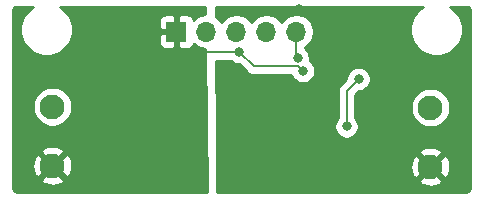
<source format=gbr>
G04 #@! TF.GenerationSoftware,KiCad,Pcbnew,5.1.5+dfsg1-2build2*
G04 #@! TF.CreationDate,2021-10-23T10:29:23-06:00*
G04 #@! TF.ProjectId,power-monitor,706f7765-722d-46d6-9f6e-69746f722e6b,rev?*
G04 #@! TF.SameCoordinates,Original*
G04 #@! TF.FileFunction,Copper,L2,Bot*
G04 #@! TF.FilePolarity,Positive*
%FSLAX46Y46*%
G04 Gerber Fmt 4.6, Leading zero omitted, Abs format (unit mm)*
G04 Created by KiCad (PCBNEW 5.1.5+dfsg1-2build2) date 2021-10-23 10:29:23*
%MOMM*%
%LPD*%
G04 APERTURE LIST*
%ADD10O,1.700000X1.700000*%
%ADD11R,1.700000X1.700000*%
%ADD12C,2.100000*%
%ADD13C,0.800000*%
%ADD14C,0.200000*%
%ADD15C,0.254000*%
G04 APERTURE END LIST*
D10*
X137160000Y-81280000D03*
X134620000Y-81280000D03*
X132080000Y-81280000D03*
X129540000Y-81280000D03*
D11*
X127000000Y-81280000D03*
D12*
X148500000Y-87710000D03*
X148500000Y-92710000D03*
X116500000Y-92630000D03*
X116500000Y-87630000D03*
D13*
X132300000Y-83000000D03*
X137700000Y-84600000D03*
X142412942Y-85286483D03*
X141400000Y-89300000D03*
X137265884Y-83530022D03*
X130800000Y-90800000D03*
X132000000Y-90800000D03*
X130800000Y-94400000D03*
X135200000Y-90800000D03*
X135200000Y-94400000D03*
X136600000Y-94400000D03*
X136600000Y-90800000D03*
X138000000Y-90800000D03*
X138000000Y-94400000D03*
X132000000Y-94400000D03*
X130800000Y-92600000D03*
X139400000Y-90800000D03*
X141000000Y-90600000D03*
X142800000Y-89800000D03*
X144200000Y-89800000D03*
X145600000Y-89800000D03*
X147000000Y-89800000D03*
X139400000Y-94400000D03*
X140800000Y-94400000D03*
X142200000Y-94400000D03*
X143600000Y-94400000D03*
X145000000Y-94400000D03*
X146400000Y-94400000D03*
X151400000Y-94400000D03*
X149800000Y-94400000D03*
X145800000Y-79600000D03*
X144200000Y-84400000D03*
X151200000Y-79600000D03*
X151200000Y-85000000D03*
X147600000Y-84400000D03*
X151000000Y-90000000D03*
X137400000Y-79400000D03*
D14*
X127670000Y-83000000D02*
X132300000Y-83000000D01*
X127000000Y-82330000D02*
X127670000Y-83000000D01*
X127000000Y-81280000D02*
X127000000Y-82330000D01*
X137330023Y-84230023D02*
X137700000Y-84600000D01*
X132300000Y-83000000D02*
X133530023Y-84230023D01*
X133530023Y-84230023D02*
X137330023Y-84230023D01*
X141400000Y-86299425D02*
X141400000Y-89300000D01*
X142412942Y-85286483D02*
X141400000Y-86299425D01*
X137160000Y-83424138D02*
X137265884Y-83530022D01*
X137160000Y-81280000D02*
X137160000Y-83424138D01*
D15*
G36*
X147575271Y-79363962D02*
G01*
X147263962Y-79675271D01*
X147019369Y-80041331D01*
X146850890Y-80448075D01*
X146765000Y-80879872D01*
X146765000Y-81320128D01*
X146850890Y-81751925D01*
X147019369Y-82158669D01*
X147263962Y-82524729D01*
X147575271Y-82836038D01*
X147941331Y-83080631D01*
X148348075Y-83249110D01*
X148779872Y-83335000D01*
X149220128Y-83335000D01*
X149651925Y-83249110D01*
X150058669Y-83080631D01*
X150424729Y-82836038D01*
X150736038Y-82524729D01*
X150980631Y-82158669D01*
X151149110Y-81751925D01*
X151235000Y-81320128D01*
X151235000Y-80879872D01*
X151149110Y-80448075D01*
X150980631Y-80041331D01*
X150736038Y-79675271D01*
X150424729Y-79363962D01*
X150119478Y-79160000D01*
X151467721Y-79160000D01*
X151565424Y-79169580D01*
X151628356Y-79188580D01*
X151686405Y-79219445D01*
X151737343Y-79260989D01*
X151779248Y-79311644D01*
X151810515Y-79369471D01*
X151829956Y-79432272D01*
X151840000Y-79527835D01*
X151840001Y-94467711D01*
X151830420Y-94565424D01*
X151811420Y-94628357D01*
X151780554Y-94686406D01*
X151739011Y-94737343D01*
X151688356Y-94779248D01*
X151630529Y-94810515D01*
X151567728Y-94829956D01*
X151472165Y-94840000D01*
X130423670Y-94840000D01*
X130417963Y-93881066D01*
X147508539Y-93881066D01*
X147610339Y-94150579D01*
X147908477Y-94296463D01*
X148229346Y-94381380D01*
X148560617Y-94402066D01*
X148889557Y-94357728D01*
X149203527Y-94250069D01*
X149389661Y-94150579D01*
X149491461Y-93881066D01*
X148500000Y-92889605D01*
X147508539Y-93881066D01*
X130417963Y-93881066D01*
X130411353Y-92770617D01*
X146807934Y-92770617D01*
X146852272Y-93099557D01*
X146959931Y-93413527D01*
X147059421Y-93599661D01*
X147328934Y-93701461D01*
X148320395Y-92710000D01*
X148679605Y-92710000D01*
X149671066Y-93701461D01*
X149940579Y-93599661D01*
X150086463Y-93301523D01*
X150171380Y-92980654D01*
X150192066Y-92649383D01*
X150147728Y-92320443D01*
X150040069Y-92006473D01*
X149940579Y-91820339D01*
X149671066Y-91718539D01*
X148679605Y-92710000D01*
X148320395Y-92710000D01*
X147328934Y-91718539D01*
X147059421Y-91820339D01*
X146913537Y-92118477D01*
X146828620Y-92439346D01*
X146807934Y-92770617D01*
X130411353Y-92770617D01*
X130404022Y-91538934D01*
X147508539Y-91538934D01*
X148500000Y-92530395D01*
X149491461Y-91538934D01*
X149389661Y-91269421D01*
X149091523Y-91123537D01*
X148770654Y-91038620D01*
X148439383Y-91017934D01*
X148110443Y-91062272D01*
X147796473Y-91169931D01*
X147610339Y-91269421D01*
X147508539Y-91538934D01*
X130404022Y-91538934D01*
X130390087Y-89198061D01*
X140365000Y-89198061D01*
X140365000Y-89401939D01*
X140404774Y-89601898D01*
X140482795Y-89790256D01*
X140596063Y-89959774D01*
X140740226Y-90103937D01*
X140909744Y-90217205D01*
X141098102Y-90295226D01*
X141298061Y-90335000D01*
X141501939Y-90335000D01*
X141701898Y-90295226D01*
X141890256Y-90217205D01*
X142059774Y-90103937D01*
X142203937Y-89959774D01*
X142317205Y-89790256D01*
X142395226Y-89601898D01*
X142435000Y-89401939D01*
X142435000Y-89198061D01*
X142395226Y-88998102D01*
X142317205Y-88809744D01*
X142203937Y-88640226D01*
X142135000Y-88571289D01*
X142135000Y-87544042D01*
X146815000Y-87544042D01*
X146815000Y-87875958D01*
X146879754Y-88201496D01*
X147006772Y-88508147D01*
X147191175Y-88784125D01*
X147425875Y-89018825D01*
X147701853Y-89203228D01*
X148008504Y-89330246D01*
X148334042Y-89395000D01*
X148665958Y-89395000D01*
X148991496Y-89330246D01*
X149298147Y-89203228D01*
X149574125Y-89018825D01*
X149808825Y-88784125D01*
X149993228Y-88508147D01*
X150120246Y-88201496D01*
X150185000Y-87875958D01*
X150185000Y-87544042D01*
X150120246Y-87218504D01*
X149993228Y-86911853D01*
X149808825Y-86635875D01*
X149574125Y-86401175D01*
X149298147Y-86216772D01*
X148991496Y-86089754D01*
X148665958Y-86025000D01*
X148334042Y-86025000D01*
X148008504Y-86089754D01*
X147701853Y-86216772D01*
X147425875Y-86401175D01*
X147191175Y-86635875D01*
X147006772Y-86911853D01*
X146879754Y-87218504D01*
X146815000Y-87544042D01*
X142135000Y-87544042D01*
X142135000Y-86603871D01*
X142417388Y-86321483D01*
X142514881Y-86321483D01*
X142714840Y-86281709D01*
X142903198Y-86203688D01*
X143072716Y-86090420D01*
X143216879Y-85946257D01*
X143330147Y-85776739D01*
X143408168Y-85588381D01*
X143447942Y-85388422D01*
X143447942Y-85184544D01*
X143408168Y-84984585D01*
X143330147Y-84796227D01*
X143216879Y-84626709D01*
X143072716Y-84482546D01*
X142903198Y-84369278D01*
X142714840Y-84291257D01*
X142514881Y-84251483D01*
X142311003Y-84251483D01*
X142111044Y-84291257D01*
X141922686Y-84369278D01*
X141753168Y-84482546D01*
X141609005Y-84626709D01*
X141495737Y-84796227D01*
X141417716Y-84984585D01*
X141377942Y-85184544D01*
X141377942Y-85282037D01*
X140905808Y-85754171D01*
X140877762Y-85777188D01*
X140785913Y-85889106D01*
X140717663Y-86016793D01*
X140695531Y-86089754D01*
X140675635Y-86155340D01*
X140661444Y-86299425D01*
X140665000Y-86335530D01*
X140665001Y-88571288D01*
X140596063Y-88640226D01*
X140482795Y-88809744D01*
X140404774Y-88998102D01*
X140365000Y-89198061D01*
X130390087Y-89198061D01*
X130357568Y-83735000D01*
X131571289Y-83735000D01*
X131640226Y-83803937D01*
X131809744Y-83917205D01*
X131998102Y-83995226D01*
X132198061Y-84035000D01*
X132295554Y-84035000D01*
X132984769Y-84724216D01*
X133007785Y-84752261D01*
X133119703Y-84844110D01*
X133247390Y-84912360D01*
X133385938Y-84954388D01*
X133493918Y-84965023D01*
X133493927Y-84965023D01*
X133530022Y-84968578D01*
X133566117Y-84965023D01*
X136730921Y-84965023D01*
X136782795Y-85090256D01*
X136896063Y-85259774D01*
X137040226Y-85403937D01*
X137209744Y-85517205D01*
X137398102Y-85595226D01*
X137598061Y-85635000D01*
X137801939Y-85635000D01*
X138001898Y-85595226D01*
X138190256Y-85517205D01*
X138359774Y-85403937D01*
X138503937Y-85259774D01*
X138617205Y-85090256D01*
X138695226Y-84901898D01*
X138735000Y-84701939D01*
X138735000Y-84498061D01*
X138695226Y-84298102D01*
X138617205Y-84109744D01*
X138503937Y-83940226D01*
X138359774Y-83796063D01*
X138278980Y-83742079D01*
X138300884Y-83631961D01*
X138300884Y-83428083D01*
X138261110Y-83228124D01*
X138183089Y-83039766D01*
X138069821Y-82870248D01*
X137925658Y-82726085D01*
X137895000Y-82705600D01*
X137895000Y-82574883D01*
X138106632Y-82433475D01*
X138313475Y-82226632D01*
X138475990Y-81983411D01*
X138587932Y-81713158D01*
X138645000Y-81426260D01*
X138645000Y-81133740D01*
X138587932Y-80846842D01*
X138475990Y-80576589D01*
X138313475Y-80333368D01*
X138106632Y-80126525D01*
X137863411Y-79964010D01*
X137593158Y-79852068D01*
X137306260Y-79795000D01*
X137013740Y-79795000D01*
X136726842Y-79852068D01*
X136456589Y-79964010D01*
X136213368Y-80126525D01*
X136006525Y-80333368D01*
X135890000Y-80507760D01*
X135773475Y-80333368D01*
X135566632Y-80126525D01*
X135323411Y-79964010D01*
X135053158Y-79852068D01*
X134766260Y-79795000D01*
X134473740Y-79795000D01*
X134186842Y-79852068D01*
X133916589Y-79964010D01*
X133673368Y-80126525D01*
X133466525Y-80333368D01*
X133350000Y-80507760D01*
X133233475Y-80333368D01*
X133026632Y-80126525D01*
X132783411Y-79964010D01*
X132513158Y-79852068D01*
X132226260Y-79795000D01*
X131933740Y-79795000D01*
X131646842Y-79852068D01*
X131376589Y-79964010D01*
X131133368Y-80126525D01*
X130926525Y-80333368D01*
X130810000Y-80507760D01*
X130693475Y-80333368D01*
X130486632Y-80126525D01*
X130335487Y-80025533D01*
X130330335Y-79160000D01*
X147880522Y-79160000D01*
X147575271Y-79363962D01*
G37*
X147575271Y-79363962D02*
X147263962Y-79675271D01*
X147019369Y-80041331D01*
X146850890Y-80448075D01*
X146765000Y-80879872D01*
X146765000Y-81320128D01*
X146850890Y-81751925D01*
X147019369Y-82158669D01*
X147263962Y-82524729D01*
X147575271Y-82836038D01*
X147941331Y-83080631D01*
X148348075Y-83249110D01*
X148779872Y-83335000D01*
X149220128Y-83335000D01*
X149651925Y-83249110D01*
X150058669Y-83080631D01*
X150424729Y-82836038D01*
X150736038Y-82524729D01*
X150980631Y-82158669D01*
X151149110Y-81751925D01*
X151235000Y-81320128D01*
X151235000Y-80879872D01*
X151149110Y-80448075D01*
X150980631Y-80041331D01*
X150736038Y-79675271D01*
X150424729Y-79363962D01*
X150119478Y-79160000D01*
X151467721Y-79160000D01*
X151565424Y-79169580D01*
X151628356Y-79188580D01*
X151686405Y-79219445D01*
X151737343Y-79260989D01*
X151779248Y-79311644D01*
X151810515Y-79369471D01*
X151829956Y-79432272D01*
X151840000Y-79527835D01*
X151840001Y-94467711D01*
X151830420Y-94565424D01*
X151811420Y-94628357D01*
X151780554Y-94686406D01*
X151739011Y-94737343D01*
X151688356Y-94779248D01*
X151630529Y-94810515D01*
X151567728Y-94829956D01*
X151472165Y-94840000D01*
X130423670Y-94840000D01*
X130417963Y-93881066D01*
X147508539Y-93881066D01*
X147610339Y-94150579D01*
X147908477Y-94296463D01*
X148229346Y-94381380D01*
X148560617Y-94402066D01*
X148889557Y-94357728D01*
X149203527Y-94250069D01*
X149389661Y-94150579D01*
X149491461Y-93881066D01*
X148500000Y-92889605D01*
X147508539Y-93881066D01*
X130417963Y-93881066D01*
X130411353Y-92770617D01*
X146807934Y-92770617D01*
X146852272Y-93099557D01*
X146959931Y-93413527D01*
X147059421Y-93599661D01*
X147328934Y-93701461D01*
X148320395Y-92710000D01*
X148679605Y-92710000D01*
X149671066Y-93701461D01*
X149940579Y-93599661D01*
X150086463Y-93301523D01*
X150171380Y-92980654D01*
X150192066Y-92649383D01*
X150147728Y-92320443D01*
X150040069Y-92006473D01*
X149940579Y-91820339D01*
X149671066Y-91718539D01*
X148679605Y-92710000D01*
X148320395Y-92710000D01*
X147328934Y-91718539D01*
X147059421Y-91820339D01*
X146913537Y-92118477D01*
X146828620Y-92439346D01*
X146807934Y-92770617D01*
X130411353Y-92770617D01*
X130404022Y-91538934D01*
X147508539Y-91538934D01*
X148500000Y-92530395D01*
X149491461Y-91538934D01*
X149389661Y-91269421D01*
X149091523Y-91123537D01*
X148770654Y-91038620D01*
X148439383Y-91017934D01*
X148110443Y-91062272D01*
X147796473Y-91169931D01*
X147610339Y-91269421D01*
X147508539Y-91538934D01*
X130404022Y-91538934D01*
X130390087Y-89198061D01*
X140365000Y-89198061D01*
X140365000Y-89401939D01*
X140404774Y-89601898D01*
X140482795Y-89790256D01*
X140596063Y-89959774D01*
X140740226Y-90103937D01*
X140909744Y-90217205D01*
X141098102Y-90295226D01*
X141298061Y-90335000D01*
X141501939Y-90335000D01*
X141701898Y-90295226D01*
X141890256Y-90217205D01*
X142059774Y-90103937D01*
X142203937Y-89959774D01*
X142317205Y-89790256D01*
X142395226Y-89601898D01*
X142435000Y-89401939D01*
X142435000Y-89198061D01*
X142395226Y-88998102D01*
X142317205Y-88809744D01*
X142203937Y-88640226D01*
X142135000Y-88571289D01*
X142135000Y-87544042D01*
X146815000Y-87544042D01*
X146815000Y-87875958D01*
X146879754Y-88201496D01*
X147006772Y-88508147D01*
X147191175Y-88784125D01*
X147425875Y-89018825D01*
X147701853Y-89203228D01*
X148008504Y-89330246D01*
X148334042Y-89395000D01*
X148665958Y-89395000D01*
X148991496Y-89330246D01*
X149298147Y-89203228D01*
X149574125Y-89018825D01*
X149808825Y-88784125D01*
X149993228Y-88508147D01*
X150120246Y-88201496D01*
X150185000Y-87875958D01*
X150185000Y-87544042D01*
X150120246Y-87218504D01*
X149993228Y-86911853D01*
X149808825Y-86635875D01*
X149574125Y-86401175D01*
X149298147Y-86216772D01*
X148991496Y-86089754D01*
X148665958Y-86025000D01*
X148334042Y-86025000D01*
X148008504Y-86089754D01*
X147701853Y-86216772D01*
X147425875Y-86401175D01*
X147191175Y-86635875D01*
X147006772Y-86911853D01*
X146879754Y-87218504D01*
X146815000Y-87544042D01*
X142135000Y-87544042D01*
X142135000Y-86603871D01*
X142417388Y-86321483D01*
X142514881Y-86321483D01*
X142714840Y-86281709D01*
X142903198Y-86203688D01*
X143072716Y-86090420D01*
X143216879Y-85946257D01*
X143330147Y-85776739D01*
X143408168Y-85588381D01*
X143447942Y-85388422D01*
X143447942Y-85184544D01*
X143408168Y-84984585D01*
X143330147Y-84796227D01*
X143216879Y-84626709D01*
X143072716Y-84482546D01*
X142903198Y-84369278D01*
X142714840Y-84291257D01*
X142514881Y-84251483D01*
X142311003Y-84251483D01*
X142111044Y-84291257D01*
X141922686Y-84369278D01*
X141753168Y-84482546D01*
X141609005Y-84626709D01*
X141495737Y-84796227D01*
X141417716Y-84984585D01*
X141377942Y-85184544D01*
X141377942Y-85282037D01*
X140905808Y-85754171D01*
X140877762Y-85777188D01*
X140785913Y-85889106D01*
X140717663Y-86016793D01*
X140695531Y-86089754D01*
X140675635Y-86155340D01*
X140661444Y-86299425D01*
X140665000Y-86335530D01*
X140665001Y-88571288D01*
X140596063Y-88640226D01*
X140482795Y-88809744D01*
X140404774Y-88998102D01*
X140365000Y-89198061D01*
X130390087Y-89198061D01*
X130357568Y-83735000D01*
X131571289Y-83735000D01*
X131640226Y-83803937D01*
X131809744Y-83917205D01*
X131998102Y-83995226D01*
X132198061Y-84035000D01*
X132295554Y-84035000D01*
X132984769Y-84724216D01*
X133007785Y-84752261D01*
X133119703Y-84844110D01*
X133247390Y-84912360D01*
X133385938Y-84954388D01*
X133493918Y-84965023D01*
X133493927Y-84965023D01*
X133530022Y-84968578D01*
X133566117Y-84965023D01*
X136730921Y-84965023D01*
X136782795Y-85090256D01*
X136896063Y-85259774D01*
X137040226Y-85403937D01*
X137209744Y-85517205D01*
X137398102Y-85595226D01*
X137598061Y-85635000D01*
X137801939Y-85635000D01*
X138001898Y-85595226D01*
X138190256Y-85517205D01*
X138359774Y-85403937D01*
X138503937Y-85259774D01*
X138617205Y-85090256D01*
X138695226Y-84901898D01*
X138735000Y-84701939D01*
X138735000Y-84498061D01*
X138695226Y-84298102D01*
X138617205Y-84109744D01*
X138503937Y-83940226D01*
X138359774Y-83796063D01*
X138278980Y-83742079D01*
X138300884Y-83631961D01*
X138300884Y-83428083D01*
X138261110Y-83228124D01*
X138183089Y-83039766D01*
X138069821Y-82870248D01*
X137925658Y-82726085D01*
X137895000Y-82705600D01*
X137895000Y-82574883D01*
X138106632Y-82433475D01*
X138313475Y-82226632D01*
X138475990Y-81983411D01*
X138587932Y-81713158D01*
X138645000Y-81426260D01*
X138645000Y-81133740D01*
X138587932Y-80846842D01*
X138475990Y-80576589D01*
X138313475Y-80333368D01*
X138106632Y-80126525D01*
X137863411Y-79964010D01*
X137593158Y-79852068D01*
X137306260Y-79795000D01*
X137013740Y-79795000D01*
X136726842Y-79852068D01*
X136456589Y-79964010D01*
X136213368Y-80126525D01*
X136006525Y-80333368D01*
X135890000Y-80507760D01*
X135773475Y-80333368D01*
X135566632Y-80126525D01*
X135323411Y-79964010D01*
X135053158Y-79852068D01*
X134766260Y-79795000D01*
X134473740Y-79795000D01*
X134186842Y-79852068D01*
X133916589Y-79964010D01*
X133673368Y-80126525D01*
X133466525Y-80333368D01*
X133350000Y-80507760D01*
X133233475Y-80333368D01*
X133026632Y-80126525D01*
X132783411Y-79964010D01*
X132513158Y-79852068D01*
X132226260Y-79795000D01*
X131933740Y-79795000D01*
X131646842Y-79852068D01*
X131376589Y-79964010D01*
X131133368Y-80126525D01*
X130926525Y-80333368D01*
X130810000Y-80507760D01*
X130693475Y-80333368D01*
X130486632Y-80126525D01*
X130335487Y-80025533D01*
X130330335Y-79160000D01*
X147880522Y-79160000D01*
X147575271Y-79363962D01*
G36*
X114575271Y-79363962D02*
G01*
X114263962Y-79675271D01*
X114019369Y-80041331D01*
X113850890Y-80448075D01*
X113765000Y-80879872D01*
X113765000Y-81320128D01*
X113850890Y-81751925D01*
X114019369Y-82158669D01*
X114263962Y-82524729D01*
X114575271Y-82836038D01*
X114941331Y-83080631D01*
X115348075Y-83249110D01*
X115779872Y-83335000D01*
X116220128Y-83335000D01*
X116651925Y-83249110D01*
X117058669Y-83080631D01*
X117424729Y-82836038D01*
X117736038Y-82524729D01*
X117980631Y-82158669D01*
X117992506Y-82130000D01*
X125511928Y-82130000D01*
X125524188Y-82254482D01*
X125560498Y-82374180D01*
X125619463Y-82484494D01*
X125698815Y-82581185D01*
X125795506Y-82660537D01*
X125905820Y-82719502D01*
X126025518Y-82755812D01*
X126150000Y-82768072D01*
X126714250Y-82765000D01*
X126873000Y-82606250D01*
X126873000Y-81407000D01*
X125673750Y-81407000D01*
X125515000Y-81565750D01*
X125511928Y-82130000D01*
X117992506Y-82130000D01*
X118149110Y-81751925D01*
X118235000Y-81320128D01*
X118235000Y-80879872D01*
X118149110Y-80448075D01*
X118141624Y-80430000D01*
X125511928Y-80430000D01*
X125515000Y-80994250D01*
X125673750Y-81153000D01*
X126873000Y-81153000D01*
X126873000Y-79953750D01*
X126714250Y-79795000D01*
X126150000Y-79791928D01*
X126025518Y-79804188D01*
X125905820Y-79840498D01*
X125795506Y-79899463D01*
X125698815Y-79978815D01*
X125619463Y-80075506D01*
X125560498Y-80185820D01*
X125524188Y-80305518D01*
X125511928Y-80430000D01*
X118141624Y-80430000D01*
X117980631Y-80041331D01*
X117736038Y-79675271D01*
X117424729Y-79363962D01*
X117119478Y-79160000D01*
X129380802Y-79160000D01*
X129388329Y-79796076D01*
X129106842Y-79852068D01*
X128836589Y-79964010D01*
X128593368Y-80126525D01*
X128461513Y-80258380D01*
X128439502Y-80185820D01*
X128380537Y-80075506D01*
X128301185Y-79978815D01*
X128204494Y-79899463D01*
X128094180Y-79840498D01*
X127974482Y-79804188D01*
X127850000Y-79791928D01*
X127285750Y-79795000D01*
X127127000Y-79953750D01*
X127127000Y-81153000D01*
X127147000Y-81153000D01*
X127147000Y-81407000D01*
X127127000Y-81407000D01*
X127127000Y-82606250D01*
X127285750Y-82765000D01*
X127850000Y-82768072D01*
X127974482Y-82755812D01*
X128094180Y-82719502D01*
X128204494Y-82660537D01*
X128301185Y-82581185D01*
X128380537Y-82484494D01*
X128439502Y-82374180D01*
X128461513Y-82301620D01*
X128593368Y-82433475D01*
X128836589Y-82595990D01*
X129106842Y-82707932D01*
X129393740Y-82765000D01*
X129423464Y-82765000D01*
X129566364Y-94840000D01*
X113532279Y-94840000D01*
X113434576Y-94830420D01*
X113371643Y-94811420D01*
X113313594Y-94780554D01*
X113262657Y-94739011D01*
X113220752Y-94688356D01*
X113189485Y-94630529D01*
X113170044Y-94567728D01*
X113160000Y-94472165D01*
X113160000Y-93801066D01*
X115508539Y-93801066D01*
X115610339Y-94070579D01*
X115908477Y-94216463D01*
X116229346Y-94301380D01*
X116560617Y-94322066D01*
X116889557Y-94277728D01*
X117203527Y-94170069D01*
X117389661Y-94070579D01*
X117491461Y-93801066D01*
X116500000Y-92809605D01*
X115508539Y-93801066D01*
X113160000Y-93801066D01*
X113160000Y-92690617D01*
X114807934Y-92690617D01*
X114852272Y-93019557D01*
X114959931Y-93333527D01*
X115059421Y-93519661D01*
X115328934Y-93621461D01*
X116320395Y-92630000D01*
X116679605Y-92630000D01*
X117671066Y-93621461D01*
X117940579Y-93519661D01*
X118086463Y-93221523D01*
X118171380Y-92900654D01*
X118192066Y-92569383D01*
X118147728Y-92240443D01*
X118040069Y-91926473D01*
X117940579Y-91740339D01*
X117671066Y-91638539D01*
X116679605Y-92630000D01*
X116320395Y-92630000D01*
X115328934Y-91638539D01*
X115059421Y-91740339D01*
X114913537Y-92038477D01*
X114828620Y-92359346D01*
X114807934Y-92690617D01*
X113160000Y-92690617D01*
X113160000Y-91458934D01*
X115508539Y-91458934D01*
X116500000Y-92450395D01*
X117491461Y-91458934D01*
X117389661Y-91189421D01*
X117091523Y-91043537D01*
X116770654Y-90958620D01*
X116439383Y-90937934D01*
X116110443Y-90982272D01*
X115796473Y-91089931D01*
X115610339Y-91189421D01*
X115508539Y-91458934D01*
X113160000Y-91458934D01*
X113160000Y-87464042D01*
X114815000Y-87464042D01*
X114815000Y-87795958D01*
X114879754Y-88121496D01*
X115006772Y-88428147D01*
X115191175Y-88704125D01*
X115425875Y-88938825D01*
X115701853Y-89123228D01*
X116008504Y-89250246D01*
X116334042Y-89315000D01*
X116665958Y-89315000D01*
X116991496Y-89250246D01*
X117298147Y-89123228D01*
X117574125Y-88938825D01*
X117808825Y-88704125D01*
X117993228Y-88428147D01*
X118120246Y-88121496D01*
X118185000Y-87795958D01*
X118185000Y-87464042D01*
X118120246Y-87138504D01*
X117993228Y-86831853D01*
X117808825Y-86555875D01*
X117574125Y-86321175D01*
X117298147Y-86136772D01*
X116991496Y-86009754D01*
X116665958Y-85945000D01*
X116334042Y-85945000D01*
X116008504Y-86009754D01*
X115701853Y-86136772D01*
X115425875Y-86321175D01*
X115191175Y-86555875D01*
X115006772Y-86831853D01*
X114879754Y-87138504D01*
X114815000Y-87464042D01*
X113160000Y-87464042D01*
X113160000Y-79532279D01*
X113169580Y-79434576D01*
X113188580Y-79371644D01*
X113219445Y-79313595D01*
X113260989Y-79262657D01*
X113311644Y-79220752D01*
X113369471Y-79189485D01*
X113432272Y-79170044D01*
X113527835Y-79160000D01*
X114880522Y-79160000D01*
X114575271Y-79363962D01*
G37*
X114575271Y-79363962D02*
X114263962Y-79675271D01*
X114019369Y-80041331D01*
X113850890Y-80448075D01*
X113765000Y-80879872D01*
X113765000Y-81320128D01*
X113850890Y-81751925D01*
X114019369Y-82158669D01*
X114263962Y-82524729D01*
X114575271Y-82836038D01*
X114941331Y-83080631D01*
X115348075Y-83249110D01*
X115779872Y-83335000D01*
X116220128Y-83335000D01*
X116651925Y-83249110D01*
X117058669Y-83080631D01*
X117424729Y-82836038D01*
X117736038Y-82524729D01*
X117980631Y-82158669D01*
X117992506Y-82130000D01*
X125511928Y-82130000D01*
X125524188Y-82254482D01*
X125560498Y-82374180D01*
X125619463Y-82484494D01*
X125698815Y-82581185D01*
X125795506Y-82660537D01*
X125905820Y-82719502D01*
X126025518Y-82755812D01*
X126150000Y-82768072D01*
X126714250Y-82765000D01*
X126873000Y-82606250D01*
X126873000Y-81407000D01*
X125673750Y-81407000D01*
X125515000Y-81565750D01*
X125511928Y-82130000D01*
X117992506Y-82130000D01*
X118149110Y-81751925D01*
X118235000Y-81320128D01*
X118235000Y-80879872D01*
X118149110Y-80448075D01*
X118141624Y-80430000D01*
X125511928Y-80430000D01*
X125515000Y-80994250D01*
X125673750Y-81153000D01*
X126873000Y-81153000D01*
X126873000Y-79953750D01*
X126714250Y-79795000D01*
X126150000Y-79791928D01*
X126025518Y-79804188D01*
X125905820Y-79840498D01*
X125795506Y-79899463D01*
X125698815Y-79978815D01*
X125619463Y-80075506D01*
X125560498Y-80185820D01*
X125524188Y-80305518D01*
X125511928Y-80430000D01*
X118141624Y-80430000D01*
X117980631Y-80041331D01*
X117736038Y-79675271D01*
X117424729Y-79363962D01*
X117119478Y-79160000D01*
X129380802Y-79160000D01*
X129388329Y-79796076D01*
X129106842Y-79852068D01*
X128836589Y-79964010D01*
X128593368Y-80126525D01*
X128461513Y-80258380D01*
X128439502Y-80185820D01*
X128380537Y-80075506D01*
X128301185Y-79978815D01*
X128204494Y-79899463D01*
X128094180Y-79840498D01*
X127974482Y-79804188D01*
X127850000Y-79791928D01*
X127285750Y-79795000D01*
X127127000Y-79953750D01*
X127127000Y-81153000D01*
X127147000Y-81153000D01*
X127147000Y-81407000D01*
X127127000Y-81407000D01*
X127127000Y-82606250D01*
X127285750Y-82765000D01*
X127850000Y-82768072D01*
X127974482Y-82755812D01*
X128094180Y-82719502D01*
X128204494Y-82660537D01*
X128301185Y-82581185D01*
X128380537Y-82484494D01*
X128439502Y-82374180D01*
X128461513Y-82301620D01*
X128593368Y-82433475D01*
X128836589Y-82595990D01*
X129106842Y-82707932D01*
X129393740Y-82765000D01*
X129423464Y-82765000D01*
X129566364Y-94840000D01*
X113532279Y-94840000D01*
X113434576Y-94830420D01*
X113371643Y-94811420D01*
X113313594Y-94780554D01*
X113262657Y-94739011D01*
X113220752Y-94688356D01*
X113189485Y-94630529D01*
X113170044Y-94567728D01*
X113160000Y-94472165D01*
X113160000Y-93801066D01*
X115508539Y-93801066D01*
X115610339Y-94070579D01*
X115908477Y-94216463D01*
X116229346Y-94301380D01*
X116560617Y-94322066D01*
X116889557Y-94277728D01*
X117203527Y-94170069D01*
X117389661Y-94070579D01*
X117491461Y-93801066D01*
X116500000Y-92809605D01*
X115508539Y-93801066D01*
X113160000Y-93801066D01*
X113160000Y-92690617D01*
X114807934Y-92690617D01*
X114852272Y-93019557D01*
X114959931Y-93333527D01*
X115059421Y-93519661D01*
X115328934Y-93621461D01*
X116320395Y-92630000D01*
X116679605Y-92630000D01*
X117671066Y-93621461D01*
X117940579Y-93519661D01*
X118086463Y-93221523D01*
X118171380Y-92900654D01*
X118192066Y-92569383D01*
X118147728Y-92240443D01*
X118040069Y-91926473D01*
X117940579Y-91740339D01*
X117671066Y-91638539D01*
X116679605Y-92630000D01*
X116320395Y-92630000D01*
X115328934Y-91638539D01*
X115059421Y-91740339D01*
X114913537Y-92038477D01*
X114828620Y-92359346D01*
X114807934Y-92690617D01*
X113160000Y-92690617D01*
X113160000Y-91458934D01*
X115508539Y-91458934D01*
X116500000Y-92450395D01*
X117491461Y-91458934D01*
X117389661Y-91189421D01*
X117091523Y-91043537D01*
X116770654Y-90958620D01*
X116439383Y-90937934D01*
X116110443Y-90982272D01*
X115796473Y-91089931D01*
X115610339Y-91189421D01*
X115508539Y-91458934D01*
X113160000Y-91458934D01*
X113160000Y-87464042D01*
X114815000Y-87464042D01*
X114815000Y-87795958D01*
X114879754Y-88121496D01*
X115006772Y-88428147D01*
X115191175Y-88704125D01*
X115425875Y-88938825D01*
X115701853Y-89123228D01*
X116008504Y-89250246D01*
X116334042Y-89315000D01*
X116665958Y-89315000D01*
X116991496Y-89250246D01*
X117298147Y-89123228D01*
X117574125Y-88938825D01*
X117808825Y-88704125D01*
X117993228Y-88428147D01*
X118120246Y-88121496D01*
X118185000Y-87795958D01*
X118185000Y-87464042D01*
X118120246Y-87138504D01*
X117993228Y-86831853D01*
X117808825Y-86555875D01*
X117574125Y-86321175D01*
X117298147Y-86136772D01*
X116991496Y-86009754D01*
X116665958Y-85945000D01*
X116334042Y-85945000D01*
X116008504Y-86009754D01*
X115701853Y-86136772D01*
X115425875Y-86321175D01*
X115191175Y-86555875D01*
X115006772Y-86831853D01*
X114879754Y-87138504D01*
X114815000Y-87464042D01*
X113160000Y-87464042D01*
X113160000Y-79532279D01*
X113169580Y-79434576D01*
X113188580Y-79371644D01*
X113219445Y-79313595D01*
X113260989Y-79262657D01*
X113311644Y-79220752D01*
X113369471Y-79189485D01*
X113432272Y-79170044D01*
X113527835Y-79160000D01*
X114880522Y-79160000D01*
X114575271Y-79363962D01*
M02*

</source>
